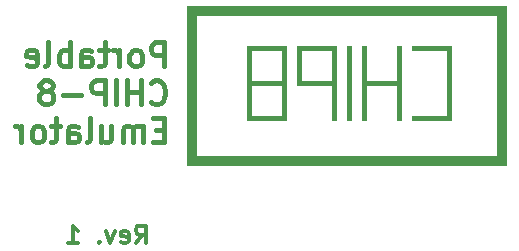
<source format=gbo>
G04 #@! TF.GenerationSoftware,KiCad,Pcbnew,8.0.3*
G04 #@! TF.CreationDate,2024-06-09T12:16:37+02:00*
G04 #@! TF.ProjectId,chip8-pcb,63686970-382d-4706-9362-2e6b69636164,1*
G04 #@! TF.SameCoordinates,Original*
G04 #@! TF.FileFunction,Legend,Bot*
G04 #@! TF.FilePolarity,Positive*
%FSLAX46Y46*%
G04 Gerber Fmt 4.6, Leading zero omitted, Abs format (unit mm)*
G04 Created by KiCad (PCBNEW 8.0.3) date 2024-06-09 12:16:37*
%MOMM*%
%LPD*%
G01*
G04 APERTURE LIST*
G04 Aperture macros list*
%AMRoundRect*
0 Rectangle with rounded corners*
0 $1 Rounding radius*
0 $2 $3 $4 $5 $6 $7 $8 $9 X,Y pos of 4 corners*
0 Add a 4 corners polygon primitive as box body*
4,1,4,$2,$3,$4,$5,$6,$7,$8,$9,$2,$3,0*
0 Add four circle primitives for the rounded corners*
1,1,$1+$1,$2,$3*
1,1,$1+$1,$4,$5*
1,1,$1+$1,$6,$7*
1,1,$1+$1,$8,$9*
0 Add four rect primitives between the rounded corners*
20,1,$1+$1,$2,$3,$4,$5,0*
20,1,$1+$1,$4,$5,$6,$7,0*
20,1,$1+$1,$6,$7,$8,$9,0*
20,1,$1+$1,$8,$9,$2,$3,0*%
G04 Aperture macros list end*
%ADD10C,0.300000*%
%ADD11C,0.400000*%
%ADD12C,0.000000*%
%ADD13O,1.700000X1.700000*%
%ADD14R,1.700000X1.700000*%
%ADD15C,2.700000*%
%ADD16C,0.900000*%
%ADD17RoundRect,0.600000X1.150000X0.150000X-1.150000X0.150000X-1.150000X-0.150000X1.150000X-0.150000X0*%
%ADD18RoundRect,0.600000X-1.150000X-0.150000X1.150000X-0.150000X1.150000X0.150000X-1.150000X0.150000X0*%
G04 APERTURE END LIST*
D10*
X82422752Y-118300828D02*
X82922752Y-117586542D01*
X83279895Y-118300828D02*
X83279895Y-116800828D01*
X83279895Y-116800828D02*
X82708466Y-116800828D01*
X82708466Y-116800828D02*
X82565609Y-116872257D01*
X82565609Y-116872257D02*
X82494180Y-116943685D01*
X82494180Y-116943685D02*
X82422752Y-117086542D01*
X82422752Y-117086542D02*
X82422752Y-117300828D01*
X82422752Y-117300828D02*
X82494180Y-117443685D01*
X82494180Y-117443685D02*
X82565609Y-117515114D01*
X82565609Y-117515114D02*
X82708466Y-117586542D01*
X82708466Y-117586542D02*
X83279895Y-117586542D01*
X81208466Y-118229400D02*
X81351323Y-118300828D01*
X81351323Y-118300828D02*
X81637038Y-118300828D01*
X81637038Y-118300828D02*
X81779895Y-118229400D01*
X81779895Y-118229400D02*
X81851323Y-118086542D01*
X81851323Y-118086542D02*
X81851323Y-117515114D01*
X81851323Y-117515114D02*
X81779895Y-117372257D01*
X81779895Y-117372257D02*
X81637038Y-117300828D01*
X81637038Y-117300828D02*
X81351323Y-117300828D01*
X81351323Y-117300828D02*
X81208466Y-117372257D01*
X81208466Y-117372257D02*
X81137038Y-117515114D01*
X81137038Y-117515114D02*
X81137038Y-117657971D01*
X81137038Y-117657971D02*
X81851323Y-117800828D01*
X80637038Y-117300828D02*
X80279895Y-118300828D01*
X80279895Y-118300828D02*
X79922752Y-117300828D01*
X79351324Y-118157971D02*
X79279895Y-118229400D01*
X79279895Y-118229400D02*
X79351324Y-118300828D01*
X79351324Y-118300828D02*
X79422752Y-118229400D01*
X79422752Y-118229400D02*
X79351324Y-118157971D01*
X79351324Y-118157971D02*
X79351324Y-118300828D01*
X76708466Y-118300828D02*
X77565609Y-118300828D01*
X77137038Y-118300828D02*
X77137038Y-116800828D01*
X77137038Y-116800828D02*
X77279895Y-117015114D01*
X77279895Y-117015114D02*
X77422752Y-117157971D01*
X77422752Y-117157971D02*
X77565609Y-117229400D01*
D11*
X84845058Y-103294662D02*
X84845058Y-101294662D01*
X84845058Y-101294662D02*
X84083153Y-101294662D01*
X84083153Y-101294662D02*
X83892677Y-101389900D01*
X83892677Y-101389900D02*
X83797439Y-101485138D01*
X83797439Y-101485138D02*
X83702201Y-101675614D01*
X83702201Y-101675614D02*
X83702201Y-101961328D01*
X83702201Y-101961328D02*
X83797439Y-102151804D01*
X83797439Y-102151804D02*
X83892677Y-102247043D01*
X83892677Y-102247043D02*
X84083153Y-102342281D01*
X84083153Y-102342281D02*
X84845058Y-102342281D01*
X82559344Y-103294662D02*
X82749820Y-103199424D01*
X82749820Y-103199424D02*
X82845058Y-103104185D01*
X82845058Y-103104185D02*
X82940296Y-102913709D01*
X82940296Y-102913709D02*
X82940296Y-102342281D01*
X82940296Y-102342281D02*
X82845058Y-102151804D01*
X82845058Y-102151804D02*
X82749820Y-102056566D01*
X82749820Y-102056566D02*
X82559344Y-101961328D01*
X82559344Y-101961328D02*
X82273629Y-101961328D01*
X82273629Y-101961328D02*
X82083153Y-102056566D01*
X82083153Y-102056566D02*
X81987915Y-102151804D01*
X81987915Y-102151804D02*
X81892677Y-102342281D01*
X81892677Y-102342281D02*
X81892677Y-102913709D01*
X81892677Y-102913709D02*
X81987915Y-103104185D01*
X81987915Y-103104185D02*
X82083153Y-103199424D01*
X82083153Y-103199424D02*
X82273629Y-103294662D01*
X82273629Y-103294662D02*
X82559344Y-103294662D01*
X81035534Y-103294662D02*
X81035534Y-101961328D01*
X81035534Y-102342281D02*
X80940296Y-102151804D01*
X80940296Y-102151804D02*
X80845058Y-102056566D01*
X80845058Y-102056566D02*
X80654582Y-101961328D01*
X80654582Y-101961328D02*
X80464105Y-101961328D01*
X80083153Y-101961328D02*
X79321249Y-101961328D01*
X79797439Y-101294662D02*
X79797439Y-103008947D01*
X79797439Y-103008947D02*
X79702201Y-103199424D01*
X79702201Y-103199424D02*
X79511725Y-103294662D01*
X79511725Y-103294662D02*
X79321249Y-103294662D01*
X77797439Y-103294662D02*
X77797439Y-102247043D01*
X77797439Y-102247043D02*
X77892677Y-102056566D01*
X77892677Y-102056566D02*
X78083153Y-101961328D01*
X78083153Y-101961328D02*
X78464106Y-101961328D01*
X78464106Y-101961328D02*
X78654582Y-102056566D01*
X77797439Y-103199424D02*
X77987915Y-103294662D01*
X77987915Y-103294662D02*
X78464106Y-103294662D01*
X78464106Y-103294662D02*
X78654582Y-103199424D01*
X78654582Y-103199424D02*
X78749820Y-103008947D01*
X78749820Y-103008947D02*
X78749820Y-102818471D01*
X78749820Y-102818471D02*
X78654582Y-102627995D01*
X78654582Y-102627995D02*
X78464106Y-102532757D01*
X78464106Y-102532757D02*
X77987915Y-102532757D01*
X77987915Y-102532757D02*
X77797439Y-102437519D01*
X76845058Y-103294662D02*
X76845058Y-101294662D01*
X76845058Y-102056566D02*
X76654582Y-101961328D01*
X76654582Y-101961328D02*
X76273629Y-101961328D01*
X76273629Y-101961328D02*
X76083153Y-102056566D01*
X76083153Y-102056566D02*
X75987915Y-102151804D01*
X75987915Y-102151804D02*
X75892677Y-102342281D01*
X75892677Y-102342281D02*
X75892677Y-102913709D01*
X75892677Y-102913709D02*
X75987915Y-103104185D01*
X75987915Y-103104185D02*
X76083153Y-103199424D01*
X76083153Y-103199424D02*
X76273629Y-103294662D01*
X76273629Y-103294662D02*
X76654582Y-103294662D01*
X76654582Y-103294662D02*
X76845058Y-103199424D01*
X74749820Y-103294662D02*
X74940296Y-103199424D01*
X74940296Y-103199424D02*
X75035534Y-103008947D01*
X75035534Y-103008947D02*
X75035534Y-101294662D01*
X73226010Y-103199424D02*
X73416486Y-103294662D01*
X73416486Y-103294662D02*
X73797439Y-103294662D01*
X73797439Y-103294662D02*
X73987915Y-103199424D01*
X73987915Y-103199424D02*
X74083153Y-103008947D01*
X74083153Y-103008947D02*
X74083153Y-102247043D01*
X74083153Y-102247043D02*
X73987915Y-102056566D01*
X73987915Y-102056566D02*
X73797439Y-101961328D01*
X73797439Y-101961328D02*
X73416486Y-101961328D01*
X73416486Y-101961328D02*
X73226010Y-102056566D01*
X73226010Y-102056566D02*
X73130772Y-102247043D01*
X73130772Y-102247043D02*
X73130772Y-102437519D01*
X73130772Y-102437519D02*
X74083153Y-102627995D01*
X83702201Y-106324073D02*
X83797439Y-106419312D01*
X83797439Y-106419312D02*
X84083153Y-106514550D01*
X84083153Y-106514550D02*
X84273629Y-106514550D01*
X84273629Y-106514550D02*
X84559344Y-106419312D01*
X84559344Y-106419312D02*
X84749820Y-106228835D01*
X84749820Y-106228835D02*
X84845058Y-106038359D01*
X84845058Y-106038359D02*
X84940296Y-105657407D01*
X84940296Y-105657407D02*
X84940296Y-105371692D01*
X84940296Y-105371692D02*
X84845058Y-104990740D01*
X84845058Y-104990740D02*
X84749820Y-104800264D01*
X84749820Y-104800264D02*
X84559344Y-104609788D01*
X84559344Y-104609788D02*
X84273629Y-104514550D01*
X84273629Y-104514550D02*
X84083153Y-104514550D01*
X84083153Y-104514550D02*
X83797439Y-104609788D01*
X83797439Y-104609788D02*
X83702201Y-104705026D01*
X82845058Y-106514550D02*
X82845058Y-104514550D01*
X82845058Y-105466931D02*
X81702201Y-105466931D01*
X81702201Y-106514550D02*
X81702201Y-104514550D01*
X80749820Y-106514550D02*
X80749820Y-104514550D01*
X79797439Y-106514550D02*
X79797439Y-104514550D01*
X79797439Y-104514550D02*
X79035534Y-104514550D01*
X79035534Y-104514550D02*
X78845058Y-104609788D01*
X78845058Y-104609788D02*
X78749820Y-104705026D01*
X78749820Y-104705026D02*
X78654582Y-104895502D01*
X78654582Y-104895502D02*
X78654582Y-105181216D01*
X78654582Y-105181216D02*
X78749820Y-105371692D01*
X78749820Y-105371692D02*
X78845058Y-105466931D01*
X78845058Y-105466931D02*
X79035534Y-105562169D01*
X79035534Y-105562169D02*
X79797439Y-105562169D01*
X77797439Y-105752645D02*
X76273630Y-105752645D01*
X75035535Y-105371692D02*
X75226011Y-105276454D01*
X75226011Y-105276454D02*
X75321249Y-105181216D01*
X75321249Y-105181216D02*
X75416487Y-104990740D01*
X75416487Y-104990740D02*
X75416487Y-104895502D01*
X75416487Y-104895502D02*
X75321249Y-104705026D01*
X75321249Y-104705026D02*
X75226011Y-104609788D01*
X75226011Y-104609788D02*
X75035535Y-104514550D01*
X75035535Y-104514550D02*
X74654582Y-104514550D01*
X74654582Y-104514550D02*
X74464106Y-104609788D01*
X74464106Y-104609788D02*
X74368868Y-104705026D01*
X74368868Y-104705026D02*
X74273630Y-104895502D01*
X74273630Y-104895502D02*
X74273630Y-104990740D01*
X74273630Y-104990740D02*
X74368868Y-105181216D01*
X74368868Y-105181216D02*
X74464106Y-105276454D01*
X74464106Y-105276454D02*
X74654582Y-105371692D01*
X74654582Y-105371692D02*
X75035535Y-105371692D01*
X75035535Y-105371692D02*
X75226011Y-105466931D01*
X75226011Y-105466931D02*
X75321249Y-105562169D01*
X75321249Y-105562169D02*
X75416487Y-105752645D01*
X75416487Y-105752645D02*
X75416487Y-106133597D01*
X75416487Y-106133597D02*
X75321249Y-106324073D01*
X75321249Y-106324073D02*
X75226011Y-106419312D01*
X75226011Y-106419312D02*
X75035535Y-106514550D01*
X75035535Y-106514550D02*
X74654582Y-106514550D01*
X74654582Y-106514550D02*
X74464106Y-106419312D01*
X74464106Y-106419312D02*
X74368868Y-106324073D01*
X74368868Y-106324073D02*
X74273630Y-106133597D01*
X74273630Y-106133597D02*
X74273630Y-105752645D01*
X74273630Y-105752645D02*
X74368868Y-105562169D01*
X74368868Y-105562169D02*
X74464106Y-105466931D01*
X74464106Y-105466931D02*
X74654582Y-105371692D01*
X84845058Y-108686819D02*
X84178391Y-108686819D01*
X83892677Y-109734438D02*
X84845058Y-109734438D01*
X84845058Y-109734438D02*
X84845058Y-107734438D01*
X84845058Y-107734438D02*
X83892677Y-107734438D01*
X83035534Y-109734438D02*
X83035534Y-108401104D01*
X83035534Y-108591580D02*
X82940296Y-108496342D01*
X82940296Y-108496342D02*
X82749820Y-108401104D01*
X82749820Y-108401104D02*
X82464105Y-108401104D01*
X82464105Y-108401104D02*
X82273629Y-108496342D01*
X82273629Y-108496342D02*
X82178391Y-108686819D01*
X82178391Y-108686819D02*
X82178391Y-109734438D01*
X82178391Y-108686819D02*
X82083153Y-108496342D01*
X82083153Y-108496342D02*
X81892677Y-108401104D01*
X81892677Y-108401104D02*
X81606963Y-108401104D01*
X81606963Y-108401104D02*
X81416486Y-108496342D01*
X81416486Y-108496342D02*
X81321248Y-108686819D01*
X81321248Y-108686819D02*
X81321248Y-109734438D01*
X79511724Y-108401104D02*
X79511724Y-109734438D01*
X80368867Y-108401104D02*
X80368867Y-109448723D01*
X80368867Y-109448723D02*
X80273629Y-109639200D01*
X80273629Y-109639200D02*
X80083153Y-109734438D01*
X80083153Y-109734438D02*
X79797438Y-109734438D01*
X79797438Y-109734438D02*
X79606962Y-109639200D01*
X79606962Y-109639200D02*
X79511724Y-109543961D01*
X78273629Y-109734438D02*
X78464105Y-109639200D01*
X78464105Y-109639200D02*
X78559343Y-109448723D01*
X78559343Y-109448723D02*
X78559343Y-107734438D01*
X76654581Y-109734438D02*
X76654581Y-108686819D01*
X76654581Y-108686819D02*
X76749819Y-108496342D01*
X76749819Y-108496342D02*
X76940295Y-108401104D01*
X76940295Y-108401104D02*
X77321248Y-108401104D01*
X77321248Y-108401104D02*
X77511724Y-108496342D01*
X76654581Y-109639200D02*
X76845057Y-109734438D01*
X76845057Y-109734438D02*
X77321248Y-109734438D01*
X77321248Y-109734438D02*
X77511724Y-109639200D01*
X77511724Y-109639200D02*
X77606962Y-109448723D01*
X77606962Y-109448723D02*
X77606962Y-109258247D01*
X77606962Y-109258247D02*
X77511724Y-109067771D01*
X77511724Y-109067771D02*
X77321248Y-108972533D01*
X77321248Y-108972533D02*
X76845057Y-108972533D01*
X76845057Y-108972533D02*
X76654581Y-108877295D01*
X75987914Y-108401104D02*
X75226010Y-108401104D01*
X75702200Y-107734438D02*
X75702200Y-109448723D01*
X75702200Y-109448723D02*
X75606962Y-109639200D01*
X75606962Y-109639200D02*
X75416486Y-109734438D01*
X75416486Y-109734438D02*
X75226010Y-109734438D01*
X74273629Y-109734438D02*
X74464105Y-109639200D01*
X74464105Y-109639200D02*
X74559343Y-109543961D01*
X74559343Y-109543961D02*
X74654581Y-109353485D01*
X74654581Y-109353485D02*
X74654581Y-108782057D01*
X74654581Y-108782057D02*
X74559343Y-108591580D01*
X74559343Y-108591580D02*
X74464105Y-108496342D01*
X74464105Y-108496342D02*
X74273629Y-108401104D01*
X74273629Y-108401104D02*
X73987914Y-108401104D01*
X73987914Y-108401104D02*
X73797438Y-108496342D01*
X73797438Y-108496342D02*
X73702200Y-108591580D01*
X73702200Y-108591580D02*
X73606962Y-108782057D01*
X73606962Y-108782057D02*
X73606962Y-109353485D01*
X73606962Y-109353485D02*
X73702200Y-109543961D01*
X73702200Y-109543961D02*
X73797438Y-109639200D01*
X73797438Y-109639200D02*
X73987914Y-109734438D01*
X73987914Y-109734438D02*
X74273629Y-109734438D01*
X72749819Y-109734438D02*
X72749819Y-108401104D01*
X72749819Y-108782057D02*
X72654581Y-108591580D01*
X72654581Y-108591580D02*
X72559343Y-108496342D01*
X72559343Y-108496342D02*
X72368867Y-108401104D01*
X72368867Y-108401104D02*
X72178390Y-108401104D01*
D12*
G36*
X100757739Y-104788333D02*
G01*
X100757739Y-107963333D01*
X100546072Y-107963333D01*
X100334406Y-107963333D01*
X100334406Y-104788333D01*
X100334406Y-101613333D01*
X100546072Y-101613333D01*
X100757739Y-101613333D01*
X100757739Y-104788333D01*
G37*
G36*
X109224406Y-104788333D02*
G01*
X109224406Y-107963333D01*
X107531072Y-107963333D01*
X105837739Y-107963333D01*
X105837739Y-107751667D01*
X105837739Y-107540000D01*
X107319406Y-107540000D01*
X108801072Y-107540000D01*
X108801072Y-104788333D01*
X108801072Y-102036667D01*
X107319406Y-102036667D01*
X105837739Y-102036667D01*
X105837739Y-101825000D01*
X105837739Y-101613333D01*
X107531072Y-101613333D01*
X109224406Y-101613333D01*
X109224406Y-104788333D01*
G37*
G36*
X113881072Y-111773333D02*
G01*
X100334406Y-111773333D01*
X86787739Y-111773333D01*
X86787739Y-105000000D01*
X86787739Y-99073333D01*
X87634406Y-99073333D01*
X87634406Y-105000000D01*
X87634406Y-110926667D01*
X100334406Y-110926667D01*
X113034406Y-110926667D01*
X113034406Y-105000000D01*
X113034406Y-99073333D01*
X100334406Y-99073333D01*
X87634406Y-99073333D01*
X86787739Y-99073333D01*
X86787739Y-98226667D01*
X100334406Y-98226667D01*
X113881072Y-98226667D01*
X113881072Y-105000000D01*
X113881072Y-111773333D01*
G37*
G36*
X99487739Y-104788333D02*
G01*
X99487739Y-107963333D01*
X99276072Y-107963333D01*
X99064406Y-107963333D01*
X99064406Y-106481667D01*
X99064406Y-105000000D01*
X97582739Y-105000000D01*
X96101072Y-105000000D01*
X96101072Y-103306667D01*
X96101072Y-102036667D01*
X96524406Y-102036667D01*
X96524406Y-103306667D01*
X96524406Y-104576667D01*
X97794406Y-104576667D01*
X99064406Y-104576667D01*
X99064406Y-103306667D01*
X99064406Y-102036667D01*
X97794406Y-102036667D01*
X96524406Y-102036667D01*
X96101072Y-102036667D01*
X96101072Y-101613333D01*
X97794406Y-101613333D01*
X99487739Y-101613333D01*
X99487739Y-103306667D01*
X99487739Y-104788333D01*
G37*
G36*
X102027739Y-103095000D02*
G01*
X102027739Y-104576667D01*
X103297739Y-104576667D01*
X104567739Y-104576667D01*
X104567739Y-103095000D01*
X104567739Y-101613333D01*
X104779406Y-101613333D01*
X104991072Y-101613333D01*
X104991072Y-104788333D01*
X104991072Y-107963333D01*
X104779406Y-107963333D01*
X104567739Y-107963333D01*
X104567739Y-106481667D01*
X104567739Y-105000000D01*
X103297739Y-105000000D01*
X102027739Y-105000000D01*
X102027739Y-106481667D01*
X102027739Y-107963333D01*
X101816072Y-107963333D01*
X101604406Y-107963333D01*
X101604406Y-104788333D01*
X101604406Y-101613333D01*
X101816072Y-101613333D01*
X102027739Y-101613333D01*
X102027739Y-103095000D01*
G37*
G36*
X95254406Y-104788333D02*
G01*
X95254406Y-106270000D01*
X95254406Y-107963333D01*
X93561072Y-107963333D01*
X91867739Y-107963333D01*
X91867739Y-105000000D01*
X92291072Y-105000000D01*
X92291072Y-106270000D01*
X92291072Y-107540000D01*
X93561072Y-107540000D01*
X94831072Y-107540000D01*
X94831072Y-106270000D01*
X94831072Y-105000000D01*
X93561072Y-105000000D01*
X92291072Y-105000000D01*
X91867739Y-105000000D01*
X91867739Y-104788333D01*
X91867739Y-102036667D01*
X92291072Y-102036667D01*
X92291072Y-103306667D01*
X92291072Y-104576667D01*
X93561072Y-104576667D01*
X94831072Y-104576667D01*
X94831072Y-103306667D01*
X94831072Y-102036667D01*
X93561072Y-102036667D01*
X92291072Y-102036667D01*
X91867739Y-102036667D01*
X91867739Y-101613333D01*
X93561072Y-101613333D01*
X95254406Y-101613333D01*
X95254406Y-103306667D01*
X95254406Y-104788333D01*
G37*
%LPC*%
D13*
X112194406Y-117750000D03*
X109654406Y-117750000D03*
X107114406Y-117750000D03*
X104574406Y-117750000D03*
X102034406Y-117750000D03*
X99494406Y-117750000D03*
X96954406Y-117750000D03*
X94414406Y-117750000D03*
X91874406Y-117750000D03*
D14*
X89334406Y-117750000D03*
D13*
X117334406Y-112450000D03*
X117334406Y-109910000D03*
X117334406Y-107370000D03*
X117334406Y-104830000D03*
X117334406Y-102290000D03*
X117334406Y-99750000D03*
D14*
X117334406Y-97210000D03*
D15*
X72084406Y-117500000D03*
X72084406Y-72500000D03*
D16*
X71084406Y-84900000D03*
X71084406Y-78100000D03*
D17*
X116266906Y-72090000D03*
X116266906Y-74630000D03*
X116266906Y-77170000D03*
X116266906Y-79710000D03*
X116266906Y-82250000D03*
X116266906Y-84790000D03*
X116266906Y-87330000D03*
X116266906Y-89870000D03*
X116266906Y-92410000D03*
D18*
X98926906Y-92410000D03*
X98926906Y-89870000D03*
X98926906Y-87330000D03*
X98926906Y-84790000D03*
X98926906Y-82250000D03*
X98926906Y-79710000D03*
X98926906Y-77170000D03*
X98926906Y-74630000D03*
X98926906Y-72090000D03*
D15*
X117084406Y-117500000D03*
%LPD*%
M02*

</source>
